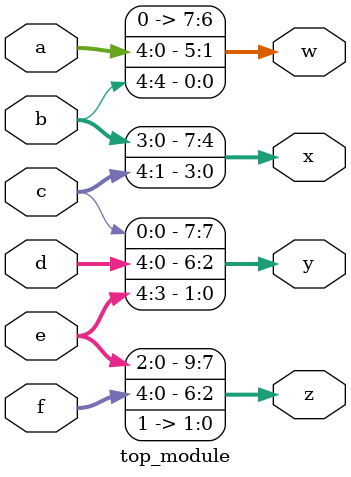
<source format=sv>
module top_module (
    input [4:0] a,
    input [4:0] b,
    input [4:0] c,
    input [4:0] d,
    input [4:0] e,
    input [4:0] f,
    output [7:0] w,
    output [7:0] x,
    output [7:0] y,
    output [9:0] z
);

    assign {w, x, y, z} = {a, b, c, d, e, f, 2'b11};

endmodule

</source>
